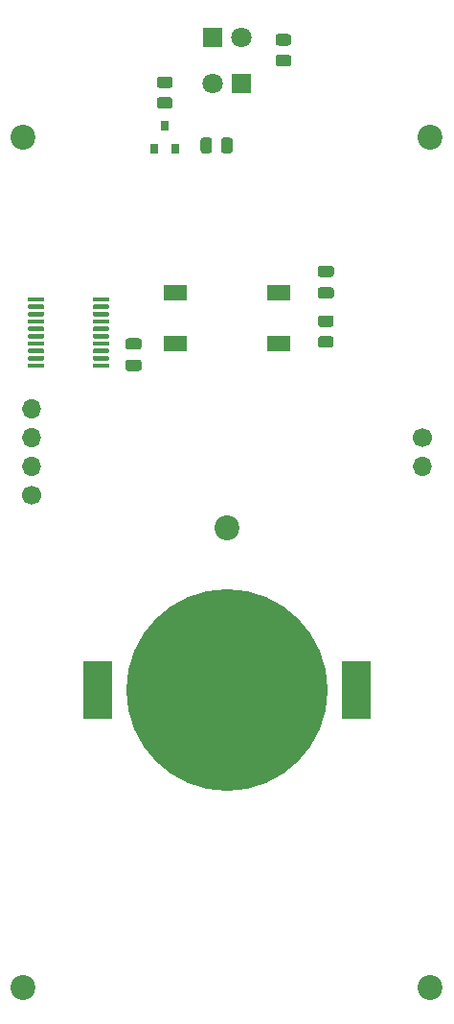
<source format=gbr>
G04 #@! TF.GenerationSoftware,KiCad,Pcbnew,(5.1.9)-1*
G04 #@! TF.CreationDate,2021-05-10T16:50:12-05:00*
G04 #@! TF.ProjectId,mini-remote,6d696e69-2d72-4656-9d6f-74652e6b6963,1*
G04 #@! TF.SameCoordinates,Original*
G04 #@! TF.FileFunction,Soldermask,Bot*
G04 #@! TF.FilePolarity,Negative*
%FSLAX46Y46*%
G04 Gerber Fmt 4.6, Leading zero omitted, Abs format (unit mm)*
G04 Created by KiCad (PCBNEW (5.1.9)-1) date 2021-05-10 16:50:12*
%MOMM*%
%LPD*%
G01*
G04 APERTURE LIST*
%ADD10R,2.100000X1.400000*%
%ADD11C,2.200000*%
%ADD12O,1.700000X1.700000*%
%ADD13C,1.700000*%
%ADD14C,17.800000*%
%ADD15R,2.500000X5.100000*%
%ADD16R,1.800000X1.800000*%
%ADD17C,1.800000*%
%ADD18R,0.800000X0.900000*%
G04 APERTURE END LIST*
D10*
X152050000Y-75000000D03*
X142950000Y-75000000D03*
X152050000Y-79500000D03*
X142950000Y-79500000D03*
D11*
X147500000Y-95750000D03*
G36*
G01*
X146187500Y-61549999D02*
X146187500Y-62450001D01*
G75*
G02*
X145937501Y-62700000I-249999J0D01*
G01*
X145412499Y-62700000D01*
G75*
G02*
X145162500Y-62450001I0J249999D01*
G01*
X145162500Y-61549999D01*
G75*
G02*
X145412499Y-61300000I249999J0D01*
G01*
X145937501Y-61300000D01*
G75*
G02*
X146187500Y-61549999I0J-249999D01*
G01*
G37*
G36*
G01*
X148012500Y-61549999D02*
X148012500Y-62450001D01*
G75*
G02*
X147762501Y-62700000I-249999J0D01*
G01*
X147237499Y-62700000D01*
G75*
G02*
X146987500Y-62450001I0J249999D01*
G01*
X146987500Y-61549999D01*
G75*
G02*
X147237499Y-61300000I249999J0D01*
G01*
X147762501Y-61300000D01*
G75*
G02*
X148012500Y-61549999I0J-249999D01*
G01*
G37*
D12*
X164750000Y-90290000D03*
D13*
X164750000Y-87750000D03*
X130250000Y-92830000D03*
D12*
X130250000Y-90290000D03*
X130250000Y-87750000D03*
X130250000Y-85210000D03*
D14*
X147500000Y-110000000D03*
D15*
X158950000Y-110000000D03*
X136050000Y-110000000D03*
D16*
X148750000Y-56500000D03*
D17*
X146210000Y-56500000D03*
G36*
G01*
X152049999Y-53987500D02*
X152950001Y-53987500D01*
G75*
G02*
X153200000Y-54237499I0J-249999D01*
G01*
X153200000Y-54762501D01*
G75*
G02*
X152950001Y-55012500I-249999J0D01*
G01*
X152049999Y-55012500D01*
G75*
G02*
X151800000Y-54762501I0J249999D01*
G01*
X151800000Y-54237499D01*
G75*
G02*
X152049999Y-53987500I249999J0D01*
G01*
G37*
G36*
G01*
X152049999Y-52162500D02*
X152950001Y-52162500D01*
G75*
G02*
X153200000Y-52412499I0J-249999D01*
G01*
X153200000Y-52937501D01*
G75*
G02*
X152950001Y-53187500I-249999J0D01*
G01*
X152049999Y-53187500D01*
G75*
G02*
X151800000Y-52937501I0J249999D01*
G01*
X151800000Y-52412499D01*
G75*
G02*
X152049999Y-52162500I249999J0D01*
G01*
G37*
G36*
G01*
X156700001Y-79837500D02*
X155799999Y-79837500D01*
G75*
G02*
X155550000Y-79587501I0J249999D01*
G01*
X155550000Y-79062499D01*
G75*
G02*
X155799999Y-78812500I249999J0D01*
G01*
X156700001Y-78812500D01*
G75*
G02*
X156950000Y-79062499I0J-249999D01*
G01*
X156950000Y-79587501D01*
G75*
G02*
X156700001Y-79837500I-249999J0D01*
G01*
G37*
G36*
G01*
X156700001Y-78012500D02*
X155799999Y-78012500D01*
G75*
G02*
X155550000Y-77762501I0J249999D01*
G01*
X155550000Y-77237499D01*
G75*
G02*
X155799999Y-76987500I249999J0D01*
G01*
X156700001Y-76987500D01*
G75*
G02*
X156950000Y-77237499I0J-249999D01*
G01*
X156950000Y-77762501D01*
G75*
G02*
X156700001Y-78012500I-249999J0D01*
G01*
G37*
D11*
X129500000Y-136250000D03*
X165500000Y-136250000D03*
X165500000Y-61250000D03*
X129500000Y-61250000D03*
D17*
X148790000Y-52500000D03*
D16*
X146250000Y-52500000D03*
G36*
G01*
X131375000Y-75475000D02*
X131375000Y-75675000D01*
G75*
G02*
X131275000Y-75775000I-100000J0D01*
G01*
X130000000Y-75775000D01*
G75*
G02*
X129900000Y-75675000I0J100000D01*
G01*
X129900000Y-75475000D01*
G75*
G02*
X130000000Y-75375000I100000J0D01*
G01*
X131275000Y-75375000D01*
G75*
G02*
X131375000Y-75475000I0J-100000D01*
G01*
G37*
G36*
G01*
X131375000Y-76125000D02*
X131375000Y-76325000D01*
G75*
G02*
X131275000Y-76425000I-100000J0D01*
G01*
X130000000Y-76425000D01*
G75*
G02*
X129900000Y-76325000I0J100000D01*
G01*
X129900000Y-76125000D01*
G75*
G02*
X130000000Y-76025000I100000J0D01*
G01*
X131275000Y-76025000D01*
G75*
G02*
X131375000Y-76125000I0J-100000D01*
G01*
G37*
G36*
G01*
X131375000Y-76775000D02*
X131375000Y-76975000D01*
G75*
G02*
X131275000Y-77075000I-100000J0D01*
G01*
X130000000Y-77075000D01*
G75*
G02*
X129900000Y-76975000I0J100000D01*
G01*
X129900000Y-76775000D01*
G75*
G02*
X130000000Y-76675000I100000J0D01*
G01*
X131275000Y-76675000D01*
G75*
G02*
X131375000Y-76775000I0J-100000D01*
G01*
G37*
G36*
G01*
X131375000Y-77425000D02*
X131375000Y-77625000D01*
G75*
G02*
X131275000Y-77725000I-100000J0D01*
G01*
X130000000Y-77725000D01*
G75*
G02*
X129900000Y-77625000I0J100000D01*
G01*
X129900000Y-77425000D01*
G75*
G02*
X130000000Y-77325000I100000J0D01*
G01*
X131275000Y-77325000D01*
G75*
G02*
X131375000Y-77425000I0J-100000D01*
G01*
G37*
G36*
G01*
X131375000Y-78075000D02*
X131375000Y-78275000D01*
G75*
G02*
X131275000Y-78375000I-100000J0D01*
G01*
X130000000Y-78375000D01*
G75*
G02*
X129900000Y-78275000I0J100000D01*
G01*
X129900000Y-78075000D01*
G75*
G02*
X130000000Y-77975000I100000J0D01*
G01*
X131275000Y-77975000D01*
G75*
G02*
X131375000Y-78075000I0J-100000D01*
G01*
G37*
G36*
G01*
X131375000Y-78725000D02*
X131375000Y-78925000D01*
G75*
G02*
X131275000Y-79025000I-100000J0D01*
G01*
X130000000Y-79025000D01*
G75*
G02*
X129900000Y-78925000I0J100000D01*
G01*
X129900000Y-78725000D01*
G75*
G02*
X130000000Y-78625000I100000J0D01*
G01*
X131275000Y-78625000D01*
G75*
G02*
X131375000Y-78725000I0J-100000D01*
G01*
G37*
G36*
G01*
X131375000Y-79375000D02*
X131375000Y-79575000D01*
G75*
G02*
X131275000Y-79675000I-100000J0D01*
G01*
X130000000Y-79675000D01*
G75*
G02*
X129900000Y-79575000I0J100000D01*
G01*
X129900000Y-79375000D01*
G75*
G02*
X130000000Y-79275000I100000J0D01*
G01*
X131275000Y-79275000D01*
G75*
G02*
X131375000Y-79375000I0J-100000D01*
G01*
G37*
G36*
G01*
X131375000Y-80025000D02*
X131375000Y-80225000D01*
G75*
G02*
X131275000Y-80325000I-100000J0D01*
G01*
X130000000Y-80325000D01*
G75*
G02*
X129900000Y-80225000I0J100000D01*
G01*
X129900000Y-80025000D01*
G75*
G02*
X130000000Y-79925000I100000J0D01*
G01*
X131275000Y-79925000D01*
G75*
G02*
X131375000Y-80025000I0J-100000D01*
G01*
G37*
G36*
G01*
X131375000Y-80675000D02*
X131375000Y-80875000D01*
G75*
G02*
X131275000Y-80975000I-100000J0D01*
G01*
X130000000Y-80975000D01*
G75*
G02*
X129900000Y-80875000I0J100000D01*
G01*
X129900000Y-80675000D01*
G75*
G02*
X130000000Y-80575000I100000J0D01*
G01*
X131275000Y-80575000D01*
G75*
G02*
X131375000Y-80675000I0J-100000D01*
G01*
G37*
G36*
G01*
X131375000Y-81325000D02*
X131375000Y-81525000D01*
G75*
G02*
X131275000Y-81625000I-100000J0D01*
G01*
X130000000Y-81625000D01*
G75*
G02*
X129900000Y-81525000I0J100000D01*
G01*
X129900000Y-81325000D01*
G75*
G02*
X130000000Y-81225000I100000J0D01*
G01*
X131275000Y-81225000D01*
G75*
G02*
X131375000Y-81325000I0J-100000D01*
G01*
G37*
G36*
G01*
X137100000Y-81325000D02*
X137100000Y-81525000D01*
G75*
G02*
X137000000Y-81625000I-100000J0D01*
G01*
X135725000Y-81625000D01*
G75*
G02*
X135625000Y-81525000I0J100000D01*
G01*
X135625000Y-81325000D01*
G75*
G02*
X135725000Y-81225000I100000J0D01*
G01*
X137000000Y-81225000D01*
G75*
G02*
X137100000Y-81325000I0J-100000D01*
G01*
G37*
G36*
G01*
X137100000Y-80675000D02*
X137100000Y-80875000D01*
G75*
G02*
X137000000Y-80975000I-100000J0D01*
G01*
X135725000Y-80975000D01*
G75*
G02*
X135625000Y-80875000I0J100000D01*
G01*
X135625000Y-80675000D01*
G75*
G02*
X135725000Y-80575000I100000J0D01*
G01*
X137000000Y-80575000D01*
G75*
G02*
X137100000Y-80675000I0J-100000D01*
G01*
G37*
G36*
G01*
X137100000Y-80025000D02*
X137100000Y-80225000D01*
G75*
G02*
X137000000Y-80325000I-100000J0D01*
G01*
X135725000Y-80325000D01*
G75*
G02*
X135625000Y-80225000I0J100000D01*
G01*
X135625000Y-80025000D01*
G75*
G02*
X135725000Y-79925000I100000J0D01*
G01*
X137000000Y-79925000D01*
G75*
G02*
X137100000Y-80025000I0J-100000D01*
G01*
G37*
G36*
G01*
X137100000Y-79375000D02*
X137100000Y-79575000D01*
G75*
G02*
X137000000Y-79675000I-100000J0D01*
G01*
X135725000Y-79675000D01*
G75*
G02*
X135625000Y-79575000I0J100000D01*
G01*
X135625000Y-79375000D01*
G75*
G02*
X135725000Y-79275000I100000J0D01*
G01*
X137000000Y-79275000D01*
G75*
G02*
X137100000Y-79375000I0J-100000D01*
G01*
G37*
G36*
G01*
X137100000Y-78725000D02*
X137100000Y-78925000D01*
G75*
G02*
X137000000Y-79025000I-100000J0D01*
G01*
X135725000Y-79025000D01*
G75*
G02*
X135625000Y-78925000I0J100000D01*
G01*
X135625000Y-78725000D01*
G75*
G02*
X135725000Y-78625000I100000J0D01*
G01*
X137000000Y-78625000D01*
G75*
G02*
X137100000Y-78725000I0J-100000D01*
G01*
G37*
G36*
G01*
X137100000Y-78075000D02*
X137100000Y-78275000D01*
G75*
G02*
X137000000Y-78375000I-100000J0D01*
G01*
X135725000Y-78375000D01*
G75*
G02*
X135625000Y-78275000I0J100000D01*
G01*
X135625000Y-78075000D01*
G75*
G02*
X135725000Y-77975000I100000J0D01*
G01*
X137000000Y-77975000D01*
G75*
G02*
X137100000Y-78075000I0J-100000D01*
G01*
G37*
G36*
G01*
X137100000Y-77425000D02*
X137100000Y-77625000D01*
G75*
G02*
X137000000Y-77725000I-100000J0D01*
G01*
X135725000Y-77725000D01*
G75*
G02*
X135625000Y-77625000I0J100000D01*
G01*
X135625000Y-77425000D01*
G75*
G02*
X135725000Y-77325000I100000J0D01*
G01*
X137000000Y-77325000D01*
G75*
G02*
X137100000Y-77425000I0J-100000D01*
G01*
G37*
G36*
G01*
X137100000Y-76775000D02*
X137100000Y-76975000D01*
G75*
G02*
X137000000Y-77075000I-100000J0D01*
G01*
X135725000Y-77075000D01*
G75*
G02*
X135625000Y-76975000I0J100000D01*
G01*
X135625000Y-76775000D01*
G75*
G02*
X135725000Y-76675000I100000J0D01*
G01*
X137000000Y-76675000D01*
G75*
G02*
X137100000Y-76775000I0J-100000D01*
G01*
G37*
G36*
G01*
X137100000Y-76125000D02*
X137100000Y-76325000D01*
G75*
G02*
X137000000Y-76425000I-100000J0D01*
G01*
X135725000Y-76425000D01*
G75*
G02*
X135625000Y-76325000I0J100000D01*
G01*
X135625000Y-76125000D01*
G75*
G02*
X135725000Y-76025000I100000J0D01*
G01*
X137000000Y-76025000D01*
G75*
G02*
X137100000Y-76125000I0J-100000D01*
G01*
G37*
G36*
G01*
X137100000Y-75475000D02*
X137100000Y-75675000D01*
G75*
G02*
X137000000Y-75775000I-100000J0D01*
G01*
X135725000Y-75775000D01*
G75*
G02*
X135625000Y-75675000I0J100000D01*
G01*
X135625000Y-75475000D01*
G75*
G02*
X135725000Y-75375000I100000J0D01*
G01*
X137000000Y-75375000D01*
G75*
G02*
X137100000Y-75475000I0J-100000D01*
G01*
G37*
G36*
G01*
X142450001Y-56937500D02*
X141549999Y-56937500D01*
G75*
G02*
X141300000Y-56687501I0J249999D01*
G01*
X141300000Y-56162499D01*
G75*
G02*
X141549999Y-55912500I249999J0D01*
G01*
X142450001Y-55912500D01*
G75*
G02*
X142700000Y-56162499I0J-249999D01*
G01*
X142700000Y-56687501D01*
G75*
G02*
X142450001Y-56937500I-249999J0D01*
G01*
G37*
G36*
G01*
X142450001Y-58762500D02*
X141549999Y-58762500D01*
G75*
G02*
X141300000Y-58512501I0J249999D01*
G01*
X141300000Y-57987499D01*
G75*
G02*
X141549999Y-57737500I249999J0D01*
G01*
X142450001Y-57737500D01*
G75*
G02*
X142700000Y-57987499I0J-249999D01*
G01*
X142700000Y-58512501D01*
G75*
G02*
X142450001Y-58762500I-249999J0D01*
G01*
G37*
D18*
X142000000Y-60250000D03*
X141050000Y-62250000D03*
X142950000Y-62250000D03*
G36*
G01*
X156725000Y-75500000D02*
X155775000Y-75500000D01*
G75*
G02*
X155525000Y-75250000I0J250000D01*
G01*
X155525000Y-74750000D01*
G75*
G02*
X155775000Y-74500000I250000J0D01*
G01*
X156725000Y-74500000D01*
G75*
G02*
X156975000Y-74750000I0J-250000D01*
G01*
X156975000Y-75250000D01*
G75*
G02*
X156725000Y-75500000I-250000J0D01*
G01*
G37*
G36*
G01*
X156725000Y-73600000D02*
X155775000Y-73600000D01*
G75*
G02*
X155525000Y-73350000I0J250000D01*
G01*
X155525000Y-72850000D01*
G75*
G02*
X155775000Y-72600000I250000J0D01*
G01*
X156725000Y-72600000D01*
G75*
G02*
X156975000Y-72850000I0J-250000D01*
G01*
X156975000Y-73350000D01*
G75*
G02*
X156725000Y-73600000I-250000J0D01*
G01*
G37*
G36*
G01*
X139725000Y-80000000D02*
X138775000Y-80000000D01*
G75*
G02*
X138525000Y-79750000I0J250000D01*
G01*
X138525000Y-79250000D01*
G75*
G02*
X138775000Y-79000000I250000J0D01*
G01*
X139725000Y-79000000D01*
G75*
G02*
X139975000Y-79250000I0J-250000D01*
G01*
X139975000Y-79750000D01*
G75*
G02*
X139725000Y-80000000I-250000J0D01*
G01*
G37*
G36*
G01*
X139725000Y-81900000D02*
X138775000Y-81900000D01*
G75*
G02*
X138525000Y-81650000I0J250000D01*
G01*
X138525000Y-81150000D01*
G75*
G02*
X138775000Y-80900000I250000J0D01*
G01*
X139725000Y-80900000D01*
G75*
G02*
X139975000Y-81150000I0J-250000D01*
G01*
X139975000Y-81650000D01*
G75*
G02*
X139725000Y-81900000I-250000J0D01*
G01*
G37*
M02*

</source>
